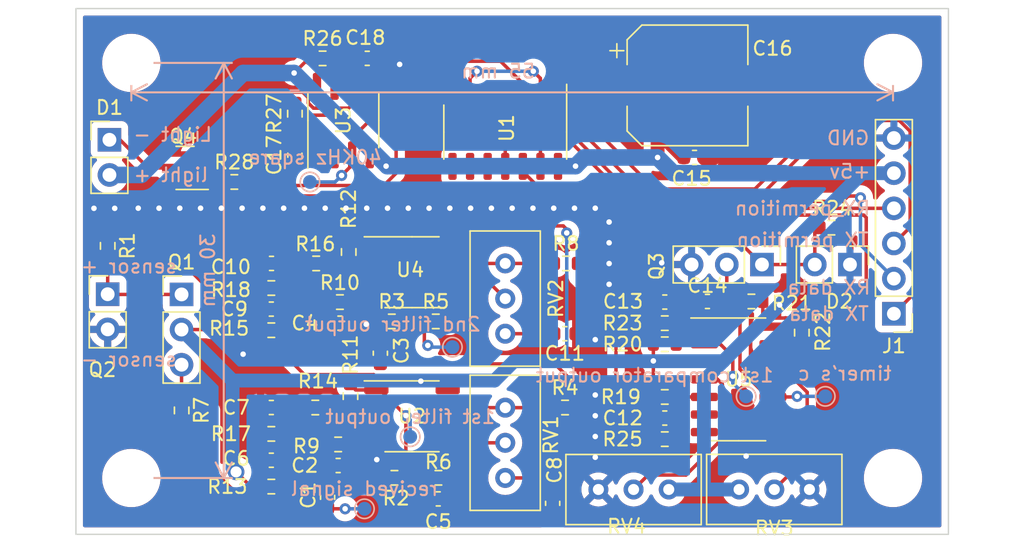
<source format=kicad_pcb>
(kicad_pcb (version 20211014) (generator pcbnew)
  (layers (0 "F.Cu" signal) (31 "B.Cu" signal) (34 "B.Paste" user) (35 "F.Paste" user) (36 "B.SilkS" user "B.Silkscreen") (37 "F.SilkS" user "F.Silkscreen") (38 "B.Mask" user) (39 "F.Mask" user) (44 "Edge.Cuts" user))
  (net 0 "")
  (net 1 "/recived")
  (net 2 "Net-(C1-Pad2)")
  (net 3 "Net-(C2-Pad2)")
  (net 4 "Net-(C3-Pad1)")
  (net 5 "Net-(C3-Pad2)")
  (net 6 "Net-(C4-Pad2)")
  (net 7 "GND")
  (net 8 "Net-(C5-Pad2)")
  (net 9 "Net-(C6-Pad2)")
  (net 10 "Net-(C8-Pad2)")
  (net 11 "Net-(C9-Pad2)")
  (net 12 "Net-(C10-Pad2)")
  (net 13 "Net-(C11-Pad2)")
  (net 14 "/A_FILTER")
  (net 15 "Net-(C12-Pad2)")
  (net 16 "Net-(C13-Pad1)")
  (net 17 "Net-(C13-Pad2)")
  (net 18 "+5V")
  (net 19 "Net-(D1-Pad1)")
  (net 20 "Net-(Q4-Pad1)")
  (net 21 "/TX_D")
  (net 22 "/RX_D")
  (net 23 "/TX_P")
  (net 24 "/RX_P")
  (net 25 "Net-(Q1-Pad1)")
  (net 26 "Net-(R11-Pad2)")
  (net 27 "Net-(R4-Pad1)")
  (net 28 "Net-(R5-Pad2)")
  (net 29 "Net-(R8-Pad1)")
  (net 30 "Net-(R11-Pad1)")
  (net 31 "Net-(RV1-Pad2)")
  (net 32 "Net-(RV2-Pad2)")
  (net 33 "Net-(RV3-Pad2)")
  (net 34 "Net-(RV4-Pad2)")
  (net 35 "Net-(C14-Pad2)")
  (net 36 "/generator/40KHz")
  (net 37 "Net-(R28-Pad2)")
  (net 38 "Net-(C17-Pad1)")
  (net 39 "Net-(C18-Pad1)")
  (net 46 "Net-(C7-Pad2)")
  (net 47 "Net-(R12-Pad2)")
  (net 48 "Net-(R12-Pad1)")
  (net 49 "/detector/detector_out")
  (net 50 "Net-(R20-Pad1)")
  (net 51 "Net-(U1-Pad2)")
  (net 52 "Net-(TP5-Pad1)")
  (net 53 "unconnected-(U3-Pad7)")
  (footprint "MountingHole:MountingHole_3.2mm_M3" (layer "F.Cu") (at 60 155)
    (fp_text reference "REF**" hide)
    (fp_text value "MountingHole_3.2mm_M3")
  )
  (footprint "Capacitor_SMD:C_0603_1608Metric" (layer "F.Cu") (at 98.519072 150.666)
    (fp_text reference "C12")
    (fp_text value "0.1uF")
  )
  (footprint "Resistor_SMD:R_0603_1608Metric" (layer "F.Cu") (at 73.348 139.491 180)
    (fp_text reference "R16")
    (fp_text value "74K")
  )
  (footprint "MountingHole:MountingHole_3.2mm_M3" (layer "F.Cu") (at 115 125)
    (fp_text reference "REF**" hide)
    (fp_text value "MountingHole_3.2mm_M3")
  )
  (footprint "Resistor_SMD:R_0603_1608Metric" (layer "F.Cu") (at 108.415072 144.497 90)
    (fp_text reference "R22")
    (fp_text value "0.4K")
  )
  (footprint "Resistor_SMD:R_0603_1608Metric" (layer "F.Cu") (at 63.6345 150.114 -90)
    (fp_text reference "R7")
    (fp_text value "100r")
  )
  (footprint "Resistor_SMD:R_0603_1608Metric" (layer "F.Cu") (at 98.519072 149.142 180)
    (fp_text reference "R19")
    (fp_text value "4K")
  )
  (footprint "Resistor_SMD:R_0603_1608Metric" (layer "F.Cu") (at 75.697 138.665 90)
    (fp_text reference "R12")
    (fp_text value "74K")
  )
  (footprint "Connector_PinHeader_2.54mm:PinHeader_1x02_P2.54mm_Vertical" (layer "F.Cu") (at 58.42 130.556)
    (fp_text reference "D1")
    (fp_text value "LED")
  )
  (footprint "Capacitor_SMD:C_0603_1608Metric" (layer "F.Cu") (at 91.305 144.571 180)
    (fp_text reference "C11")
    (fp_text value "0.62u")
  )
  (footprint "Resistor_SMD:R_0603_1608Metric" (layer "F.Cu") (at 70.109 144.317)
    (fp_text reference "R15")
    (fp_text value "2K")
  )
  (footprint "MountingHole:MountingHole_3.2mm_M3" (layer "F.Cu") (at 60 125)
    (fp_text reference "REF**" hide)
    (fp_text value "MountingHole_3.2mm_M3")
  )
  (footprint "Resistor_SMD:R_0603_1608Metric" (layer "F.Cu") (at 70.109 141.269 180)
    (fp_text reference "R18")
    (fp_text value "2K")
  )
  (footprint "Resistor_SMD:R_0603_1608Metric" (layer "F.Cu") (at 104.775 142.24)
    (fp_text reference "R21")
    (fp_text value "1.5K")
  )
  (footprint "Package_SO:SO-14_3.9x8.65mm_P1.27mm" (layer "F.Cu") (at 103.853072 147.872)
    (fp_text reference "U5")
    (fp_text value "LM339")
  )
  (footprint "Capacitor_SMD:C_0603_1608Metric" (layer "F.Cu") (at 74.935 154.096)
    (fp_text reference "C2")
    (fp_text value "0.45nF")
  )
  (footprint "Capacitor_SMD:C_0603_1608Metric" (layer "F.Cu") (at 101.6 142.24)
    (fp_text reference "C14")
    (fp_text value "0.45nF")
  )
  (footprint "Resistor_SMD:R_0603_1608Metric" (layer "F.Cu") (at 67.437 133.604)
    (fp_text reference "R28")
    (fp_text value "50R")
  )
  (footprint "Connector_PinHeader_2.54mm:PinHeader_1x06_P2.54mm_Vertical" (layer "F.Cu") (at 115.062 143.129 180)
    (fp_text reference "J1")
    (fp_text value "Conn_01x06_Male")
  )
  (footprint "Package_SO:SO-14_3.9x8.65mm_P1.27mm" (layer "F.Cu") (at 87 130 -90)
    (fp_text reference "U1")
    (fp_text value "74HC08")
  )
  (footprint "Resistor_SMD:R_0603_1608Metric" (layer "F.Cu") (at 75.824 149.08 90)
    (fp_text reference "R11")
    (fp_text value "18K7")
  )
  (footprint "Capacitor_SMD:C_0603_1608Metric" (layer "F.Cu") (at 77.036 124.67 180)
    (fp_text reference "C18")
    (fp_text value "0.01u")
  )
  (footprint "Resistor_SMD:R_0603_1608Metric" (layer "F.Cu") (at 74.935 152.572 180)
    (fp_text reference "R9")
    (fp_text value "18K7")
  )
  (footprint "Potentiometer_THT:Potentiometer_Bourns_3296W_Vertical" (layer "F.Cu") (at 87 144.571 -90)
    (fp_text reference "RV2")
    (fp_text value "47k")
  )
  (footprint "Resistor_SMD:R_0603_1608Metric" (layer "F.Cu") (at 81.984 143.682)
    (fp_text reference "R5")
    (fp_text value "53r")
  )
  (footprint "Connector_PinHeader_2.54mm:PinHeader_1x02_P2.54mm_Vertical" (layer "F.Cu") (at 58.293 141.717)
    (fp_text reference "Q2")
    (fp_text value "Q_Photo_NPN")
  )
  (footprint "Resistor_SMD:R_0603_1608Metric" (layer "F.Cu") (at 71.811 128.67 -90)
    (fp_text reference "R27")
    (fp_text value "39K")
  )
  (footprint "Resistor_SMD:R_0603_1608Metric" (layer "F.Cu") (at 58.293 138.224 -90)
    (fp_text reference "R1")
    (fp_text value "4K3")
  )
  (footprint "Capacitor_SMD:CP_Elec_8x10.5" (layer "F.Cu") (at 100.159 126.626)
    (fp_text reference "C16")
    (fp_text value "330u")
  )
  (footprint "Resistor_SMD:R_0603_1608Metric" (layer "F.Cu") (at 73.811 124.67)
    (fp_text reference "R26")
    (fp_text value "560K")
  )
  (footprint "Package_TO_SOT_SMD:SOT-23" (layer "F.Cu") (at 63.881 132.588 180)
    (fp_text reference "Q4")
    (fp_text value "FDN337N")
  )
  (footprint "Potentiometer_THT:Potentiometer_Bourns_3296W_Vertical" (layer "F.Cu") (at 87 154.995 -90)
    (fp_text reference "RV1")
    (fp_text value "47k")
  )
  (footprint "Capacitor_SMD:C_0603_1608Metric" (layer "F.Cu") (at 98.519072 142.284)
    (fp_text reference "C13")
    (fp_text value "0.45nF")
  )
  (footprint "Resistor_SMD:R_0603_1608Metric" (layer "F.Cu") (at 110.554 136.906 180)
    (fp_text reference "R24")
    (fp_text value "4K3")
  )
  (footprint "Capacitor_SMD:C_0603_1608Metric" (layer "F.Cu") (at 74.173 156.395 90)
    (fp_text reference "C1")
    (fp_text value "0.45nF")
  )
  (footprint "Capacitor_SMD:C_0603_1608Metric" (layer "F.Cu") (at 75.062 143.809)
    (fp_text reference "C4")
    (fp_text value "0.22nF")
  )
  (footprint "Resistor_SMD:R_0603_1608Metric" (layer "F.Cu") (at 91.382 139.491)
    (fp_text reference "R8")
    (fp_text value "53r")
  )
  (footprint "Resistor_SMD:R_0603_1608Metric" (layer "F.Cu") (at 75.062 142.285 180)
    (fp_text reference "R10")
    (fp_text value "21K")
  )
  (footprint "Resistor_SMD:R_0603_1608Metric" (layer "F.Cu") (at 70.109 151.81 180)
    (fp_text reference "R17")
    (fp_text value "2K")
  )
  (footprint "Connector_PinHeader_2.54mm:PinHeader_1x03_P2.54mm_Vertical" (layer "F.Cu") (at 63.627 141.732)
    (fp_text reference "Q1")
    (fp_text value "KT315")
  )
  (footprint "Capacitor_SMD:C_0603_1608Metric" (layer "F.Cu") (at 100.667 131.833)
    (fp_text reference "C15")
    (fp_text value "0.68u")
  )
  (footprint "Capacitor_SMD:C_0603_1608Metric" (layer "F.Cu") (at 70.109 149.905)
    (fp_text reference "C7")
    (fp_text value "0.1uF")
  )
  (footprint "Resistor_SMD:R_0603_1608Metric" (layer "F.Cu") (at 98.519072 145.332 180)
    (fp_text reference "R20")
    (fp_text value "0.4K")
  )
  (footprint "Resistor_SMD:R_0603_1608Metric" (layer "F.Cu") (at 91.318 149.905)
    (fp_text reference "R4")
    (fp_text value "53r")
  )
  (footprint "Capacitor_SMD:C_0603_1608Metric" (layer "F.Cu") (at 70.109 142.793)
    (fp_text reference "C9")
    (fp_text value "10uF")
  )
  (footprint "MountingHole:MountingHole_3.2mm_M3" (layer "F.Cu") (at 115 155)
    (fp_text reference "REF**" hide)
    (fp_text value "MountingHole_3.2mm_M3")
  )
  (footprint "Resistor_SMD:R_0603_1608Metric" (layer "F.Cu") (at 98.519072 143.808 180)
    (fp_text reference "R23")
    (fp_text value "50R")
  )
  (footprint "Resistor_SMD:R_0603_1608Metric" (layer "F.Cu") (at 78.999 154.985)
    (fp_text reference "R2")
    (fp_text value "18K7")
  )
  (footprint "Capacitor_SMD:C_0603_1608Metric" (layer "F.Cu") (at 77.983 145.981 90)
    (fp_text reference "C3")
    (fp_text value "0.22nF")
  )
  (footprint "Potentiometer_THT:Potentiometer_Bourns_3296W_Vertical" (layer "F.Cu") (at 98.806 155.829)
    (fp_text reference "RV4")
    (fp_text value "74K")
  )
  (footprint "Capacitor_SMD:C_0603_1608Metric" (layer "F.Cu") (at 70.122 139.491)
    (fp_text reference "C10")
    (fp_text value "0.1uF")
  )
  (footprint "Resistor_SMD:R_0603_1608Metric" (layer "F.Cu") (at 82.174 154.985)
    (fp_text reference "R6")
    (fp_text value "53r")
  )
  (footprint "Resistor_SMD:R_0603_1608Metric" (layer "F.Cu") (at 98.519072 152.19)
    (fp_text reference "R25")
    (fp_text value "4K")
  )
  (footprint "Capacitor_SMD:C_0603_1608Metric" (layer "F.Cu") (at 90.424 156.832 90)
    (fp_text reference "C8")
    (fp_text value "0.62u")
  )
  (footprint "Package_SO:SO-8_3.9x4.9mm_P1.27mm" (layer "F.Cu") (at 80.269 150.54)
    (fp_text reference "U2")
    (fp_text value "LM358")
  )
  (footprint "Connector_PinHeader_2.54mm:PinHeader_1x02_P2.54mm_Vertical" (layer "F.Cu") (at 111.892 139.573 -90)
    (fp_text reference "D2")
    (fp_text value "DIODE")
  )
  (footprint "Capacitor_SMD:C_0603_1608Metric" (layer "F.Cu") (at 71.811 131.67 -90)
    (fp_text reference "C17")
    (fp_text value "0.47n")
  )
  (footprint "Potentiometer_THT:Potentiometer_Bourns_3296W_Vertical" (layer "F.Cu") (at 103.886 155.829 180)
    (fp_text reference "RV3")
    (fp_text value "74K")
  )
  (footprint "Package_SO:SOIC-8_3.9x4.9mm_P1.27mm" (layer "F.Cu") (at 75.311 129.17 90)
    (fp_text reference "U3")
    (fp_text value "NE555D")
  )
  (footprint "Capacitor_SMD:C_0603_1608Metric" (layer "F.Cu") (at 70.109 153.715)
    (fp_text reference "C6")
    (fp_text value "10uF")
  )
  (footprint "Connector_PinHeader_2.54mm:PinHeader_1x03_P2.54mm_Vertical" (layer "F.Cu") (at 105.537 139.573 -90)
    (fp_text reference "Q3")
    (fp_text value "KT315")
  )
  (footprint "Resistor_SMD:R_0603_1608Metric" (layer "F.Cu") (at 73.284 149.905 180)
    (fp_text reference "R14")
    (fp_text value "74K")
  )
  (footprint "Resistor_SMD:R_0603_1608Metric" (layer "F.Cu") (at 70.109 155.62)
    (fp_text reference "R13")
    (fp_text value "2K")
  )
  (footprint "Resistor_SMD:R_0603_1608Metric" (layer "F.Cu") (at 78.809 143.682)
    (fp_text reference "R3")
    (fp_text value "21K")
  )
  (footprint "Capacitor_SMD:C_0603_1608Metric" (layer "F.Cu") (at 82.161 156.509)
    (fp_text reference "C5")
    (fp_text value "6.8n")
  )
  (footprint "Package_SO:SO-8_3.9x4.9mm_P1.27mm" (layer "F.Cu") (at 80.269 140.126)
    (fp_text reference "U4")
    (fp_text value "LM358")
  )
  (footprint "TestPoint:TestPoint_Pad_D1.0mm" (layer "B.Cu") (at 76.835 157.226 180)
    (fp_text reference "recived signal")
    (fp_text value "TestPoint")
  )
  (footprint "TestPoint:TestPoint_Pad_D1.0mm" (layer "B.Cu") (at 104.394 149.098 180)
    (fp_text reference "1st comparator output")
    (fp_text value "TestPoint")
  )
  (footprint "TestPoint:TestPoint_Pad_D1.0mm" (layer "B.Cu") (at 83.185 145.542 180)
    (fp_text reference "2nd filter output")
    (fp_text value "TestPoint")
  )
  (footprint "TestPoint:TestPoint_Pad_D1.0mm" (layer "B.Cu") (at 110.109 149.098 180)
    (fp_text reference "timer's c")
    (fp_text value "TestPoint")
  )
  (footprint "TestPoint:TestPoint_Pad_D1.0mm" (layer "B.Cu") (at 80.137 152.019 180)
    (fp_text reference "1st filter output")
    (fp_text value "TestPoint")
  )
  (footprint "TestPoint:TestPoint_Pad_D1.0mm" (layer "B.Cu") (at 72.898 133.604 180)
    (fp_text reference "40KHz sqare")
    (fp_text value "TestPoint")
  )
  (gr_rect (start 56 121.0715) (end 119 159.0715) (layer "Edge.Cuts") (width 0.1) (fill none))
  (gr_text "+5v\n" (at 111.887 132.842) (layer "B.SilkS") (effects (font (size 1 1)) (justify mirror)))
  (gr_text "Light -" (at 62.992 130.175) (layer "B.SilkS") (effects (font (size 1 1)) (justify mirror)))
  (gr_text "TX data" (at 110.363 143.129) (layer "B.SilkS") (effects (font (size 1 1)) (justify mirror)))
  (gr_text "RX_permition\n" (at 108.458 135.509) (layer "B.SilkS") (effects (font (size 1 1)) (justify mirror)))
  (gr_text "RX data" (at 110.363 141.224) (layer "B.SilkS") (effects (font (size 1 1)) (justify mirror)))
  (gr_text "GND" (at 111.76 130.429) (layer "B.SilkS") (effects (font (size 1 1)) (justify mirror)))
  (gr_text "TX permition\n" (at 108.458 137.795) (layer "B.SilkS") (effects (font (size 1 1)) (justify mirror)))
  (gr_text "light +" (at 62.865 133.096) (layer "B.SilkS") (effects (font (size 1 1)) (justify mirror)))
  (gr_text "sensor +" (at 59.817 139.7) (layer "B.SilkS") (effects (font (size 1 1)) (justify mirror)))
  (gr_text "sensor -" (at 59.817 146.431) (layer "B.SilkS") (effects (font (size 1 1)) (justify mirror)))
  (dimension (type aligned) (layer "B.SilkS") (pts (xy 60 125) (xy 60 155)) (height -6.675) (gr_text "30 мм" (at 65.525 140 90) (layer "B.SilkS") (effects (font (size 1 1) (thickness 0.15)) (justify mirror))) (format (units 3) (units_format 1) (precision 4) suppress_zeroes) (style (thickness 0.15) (arrow_length 1.27) (text_position_mode 0) (extension_height 0.58642) (extension_offset 0.5) keep_text_aligned))
  (dimension (type aligned) (layer "B.SilkS") (pts (xy 60 125) (xy 115 125)) (height 2.127) (gr_text "55 мм" (at 86.487 125.603) (layer "B.SilkS") (effects (font (size 1 1) (thickness 0.15)) (justify mirror))) (format (units 3) (units_format 1) (precision 4) suppress_zeroes) (style (thickness 0.15) (arrow_length 1.27) (text_position_mode 2) (extension_height 0.58642) (extension_offset 0.5) keep_text_aligned))
  (segment (start 75.438 157.226) (end 74.229 157.226) (width 0.25) (layer "F.Cu") (net 1))
  (segment (start 63.6345 149.289) (end 64.961 149.289) (width 0.25) (layer "F.Cu") (net 1))
  (segment (start 63.627 146.812) (end 63.627 149.2815) (width 0.25) (layer "F.Cu") (net 1))
  (segment (start 65.786 150.114) (end 65.786 154.305) (width 0.25) (layer "F.Cu") (net 1))
  (segment (start 63.627 149.2815) (end 63.6345 149.289) (width 0.25) (layer "F.Cu") (net 1))
  (segment (start 74.229 157.226) (end 74.173 157.17) (width 0.25) (layer "F.Cu") (net 1))
  (segment (start 68.651 157.17) (end 65.786 154.305) (width 0.25) (layer "F.Cu") (net 1))
  (segment (start 74.173 157.17) (end 68.651 157.17) (width 0.25) (layer "F.Cu") (net 1))
  (segment (start 64.961 149.289) (end 65.786 150.114) (width 0.25) (layer "F.Cu") (net 1))
  (via (at 75.438 157.226) (size 0.8) (drill 0.4) (layers "F.Cu" "B.Cu") (net 1))
  (segment (start 76.835 157.226) (end 75.438 157.226) (width 0.25) (layer "B.Cu") (net 1))
  (segment (start 74.173 154.109) (end 74.16 154.096) (width 0.25) (layer "F.Cu") (net 2))
  (segment (start 77.539 155.62) (end 78.174 154.985) (width 0.25) (layer "F.Cu") (net 2))
  (segment (start 74.173 155.62) (end 77.539 155.62) (width 0.25) (layer "F.Cu") (net 2))
  (segment (start 74.173 155.62) (end 74.173 154.109) (width 0.25) (layer "F.Cu") (net 2))
  (segment (start 77.694 151.175) (end 77.094 151.175) (width 0.25) (layer "F.Cu") (net 3))
  (segment (start 77.094 151.175) (end 75.824 152.445) (width 0.25) (layer "F.Cu") (net 3))
  (segment (start 75.824 152.445) (end 75.824 154.35) (width 0.25) (layer "F.Cu") (net 3))
  (segment (start 77.983 146.756) (end 90.582 146.756) (width 0.25) (layer "F.Cu") (net 4))
  (segment (start 90.582 146.756) (end 92.143 148.317) (width 0.25) (layer "F.Cu") (net 4))
  (segment (start 92.143 148.317) (end 92.143 149.905) (width 0.25) (layer "F.Cu") (net 4))
  (segment (start 74.554 145.206) (end 77.983 145.206) (width 0.25) (layer "F.Cu") (net 5))
  (segment (start 77.984 143.682) (end 77.984 145.205) (width 0.25) (layer "F.Cu") (net 5))
  (segment (start 74.287 143.809) (end 74.287 144.939) (width 0.25) (layer "F.Cu") (net 5))
  (segment (start 74.287 144.939) (end 74.554 145.206) (width 0.25) (layer "F.Cu") (net 5))
  (segment (start 77.984 145.205) (end 77.983 145.206) (width 0.25) (layer "F.Cu") (net 5))
  (segment (start 77.411 140.761) (end 75.887 142.285) (width 0.25) (layer "F.Cu") (net 6))
  (segment (start 75.887 143.759) (end 75.837 143.809) (width 0.25) (layer "F.Cu") (net 6))
  (segment (start 75.887 142.285) (end 75.887 143.759) (width 0.25) (layer "F.Cu") (net 6))
  (segment (start 77.694 140.761) (end 77.411 140.761) (width 0.25) (layer "F.Cu") (net 6))
  (segment (start 101.442 131.833) (end 101.95 131.833) (width 1.2) (layer "F.Cu") (net 7))
  (segment (start 76.962 142.763) (end 76.962 143.891) (width 0.25) (layer "F.Cu") (net 7))
  (segment (start 111.892 137.419) (end 111.892 139.573) (width 0.25) (layer "F.Cu") (net 7))
  (segment (start 69.284 139.554) (end 69.347 139.491) (width 0.25) (layer "F.Cu") (net 7))
  (segment (start 77.694 142.031) (end 76.962 142.763) (width 0.25) (layer "F.Cu") (net 7))
  (segment (start 101.95 131.833) (end 103.588 130.195) (width 1.2) (layer "F.Cu") (net 7))
  (segment (start 69.334 142.793) (end 69.334 141.319) (width 0.25) (layer "F.Cu") (net 7))
  (segment (start 69.334 141.319) (end 69.284 141.269) (width 0.25) (layer "F.Cu") (net 7))
  (segment (start 79.375 124.981862) (end 78.263618 123.87048) (width 0.25) (layer "F.Cu") (net 7))
  (segment (start 73.406 131.645) (end 72.611 131.645) (width 0.25) (layer "F.Cu") (net 7))
  (segment (start 78.263618 123.87048) (end 77.06052 123.87048) (width 0.25) (layer "F.Cu") (net 7))
  (segment (start 111.379 136.906) (end 111.892 137.419) (width 0.25) (layer "F.Cu") (net 7))
  (segment (start 103.588 130.195) (end 103.588 126.897) (width 1.2) (layer "F.Cu") (net 7))
  (segment (start 77.06052 123.87048) (end 76.261 124.67) (width 0.25) (layer "F.Cu") (net 7))
  (segment (start 69.284 141.269) (end 69.284 139.554) (width 0.25) (layer "F.Cu") (net 7))
  (segment (start 109 156) (end 109.060072 156) (width 0.25) (layer "F.Cu") (net 7))
  (segment (start 100.825 142.24) (end 100.711 142.24) (width 0.25) (layer "F.Cu") (net 7))
  (segment (start 72.611 131.645) (end 71.811 132.445) (width 0.25) (layer "F.Cu") (net 7))
  (via (at 104.394 153.416) (size 0.8) (drill 0.4) (layers "F.Cu" "B.Cu") (net 7))
  (via (at 84.5 135.5) (size 0.8) (drill 0.4) (layers "F.Cu" "B.Cu") (net 7))
  (via (at 80 135.5) (size 0.8) (drill 0.4) (layers "F.Cu" "B.Cu") (net 7))
  (via (at 74 135.5) (size 0.8) (drill 0.4) (layers "F.Cu" "B.Cu") (net 7))
  (via (at 68 135.5) (size 0.8) (drill 0.4) (layers "F.Cu" "B.Cu") (net 7))
  (via (at 93.5 152) (size 0.8) (drill 0.4) (layers "F.Cu" "B.Cu") (net 7))
  (via (at 71 135.5) (size 0.8) (drill 0.4) (layers "F.Cu" "B.Cu") (net 7))
  (via (at 87.5 135.5) (size 0.8) (drill 0.4) (layers "F.Cu" "B.Cu") (net 7))
  (via (at 94.5 141) (size 0.8) (drill 0.4) (layers "F.Cu" "B.Cu") (net 7))
  (via (at 75.5 135.5) (size 0.8) (drill 0.4) (layers "F.Cu" "B.Cu") (net 7))
  (via (at 93.5 145) (size 0.8) (drill 0.4) (layers "F.Cu" "B.Cu") (net 7))
  (via (at 58.801 135.509) (size 0.8) (drill 0.4) (layers "F.Cu" "B.Cu") (net 7))
  (via (at 94.5 138) (size 0.8) (drill 0.4) (layers "F.Cu" "B.Cu") (net 7))
  (via (at 62 135.5) (size 0.8) (drill 0.4) (layers "F.Cu" "B.Cu") (net 7))
  (via (at 69.5 135.5) (size 0.8) (drill 0.4) (layers "F.Cu" "B.Cu") (net 7))
  (via (at 94.5 136.5) (size 0.8) (drill 0.4) (layers "F.Cu" "B.Cu") (net 7))
  (via (at 89 135.5) (size 0.8) (drill 0.4) (layers "F.Cu" "B.Cu") (net 7))
  (via (at 92 135.5) (size 0.8) (drill 0.4) (layers "F.Cu" "B.Cu") (net 7))
  (via (at 60.5 135.5) (size 0.8) (drill 0.4) (layers "F.Cu" "B.Cu") (net 7))
  (via (at 63.5 135.5) (size 0.8) (drill 0.4) (layers "F.Cu" "B.Cu") (net 7))
  (via (at 78.5 135.5) (size 0.8) (drill 0.4) (layers "F.Cu" "B.Cu") (net 7))
  (via (at 93.5 153.5) (size 0.8) (drill 0.4) (layers "F.Cu" "B.Cu") (net 7))
  (via (at 72.5 135.5) (size 0.8) (drill 0.4) (layers "F.Cu" "B.Cu") (net 7))
  (via (at 90.5 135.5) (size 0.8) (drill 0.4) (layers "F.Cu" "B.Cu") (net 7))
  (via (at 86 135.5) (size 0.8) (drill 0.4) (layers "F.Cu" "B.Cu") (net 7))
  (via (at 66.5 135.5) (size 0.8) (drill 0.4) (layers "F.Cu" "B.Cu") (net 7))
  (via (at 65 135.5) (size 0.8) (drill 0.4) (layers "F.Cu" "B.Cu") (net 7))
  (via (at 77.724 153.67) (size 0.8) (drill 0.4) (layers "F.Cu" "B.Cu") (net 7))
  (via (at 79.375 125.106) (size 0.8) (drill 0.4) (layers "F.Cu" "B.Cu") (net 7))
  (via (at 57.301 135.509) (size 0.8) (drill 0.4) (layers "F.Cu" "B.Cu") (net 7))
  (via (at 93.5 149) (size 0.8) (drill 0.4) (layers "F.Cu" "B.Cu") (net 7))
  (via (at 93.5 135.5) (size 0.8) (drill 0.4) (layers "F.Cu" "B.Cu") (net 7))
  (via (at 76.962 143.891) (size 0.8) (drill 0.4) (layers "F.Cu" "B.Cu") (net 7))
  (via (at 81.5 135.5) (size 0.8) (drill 0.4) (layers "F.Cu" "B.Cu") (net 7))
  (via (at 93.5 150.5) (size 0.8) (drill 0.4) (layers "F.Cu" "B.Cu") (net 7))
  (via (at 83 135.5) (size 0.8) (drill 0.4) (layers "F.Cu" "B.Cu") (net 7))
  (via (at 68.072 146.05) (size 0.8) (drill 0.4) (layers "F.Cu" "B.Cu") (net 7))
  (via (at 94.5 139.5) (size 0.8) (drill 0.4) (layers "F.Cu" "B.Cu") (net 7))
  (via (at 98.298 139.446) (size 0.8) (drill 0.4) (layers "F.Cu" "B.Cu") (net 7))
  (via (at 77 135.5) (size 0.8) (drill 0.4) (layers "F.Cu" "B.Cu") (net 7))
  (segment (start 82.999 152.6) (end 82.844 152.445) (width 0.25) (layer "F.Cu") (net 8))
  (segment (start 82.999 154.985) (end 82.999 152.6) (width 0.25) (layer "F.Cu") (net 8))
  (segment (start 82.949 156.636) (end 82.949 155.035) (width 0.25) (layer "F.Cu") (net 8))
  (segment (start 82.949 155.035) (end 82.999 154.985) (width 0.25) (layer "F.Cu") (net 8))
  (segment (start 70.934 151.81) (end 70.934 153.665) (width 0.25) (layer "F.Cu") (net 9))
  (segment (start 73.539 151.81) (end 74.174 152.445) (width 0.25) (layer "F.Cu") (net 9))
  (segment (start 70.884 155.57) (end 70.934 155.62) (width 0.25) (layer "F.Cu") (net 9))
  (segment (start 70.934 151.81) (end 73.539 151.81) (width 0.25) (layer "F.Cu") (net 9))
  (segment (start 70.934 153.665) (end 70.884 153.715) (width 0.25) (layer "F.Cu") (net 9))
  (segment (start 70.884 153.715) (end 70.884 155.57) (width 0.25) (layer "F.Cu") (net 9))
  (segment (start 87 154.995) (end 89.362 154.995) (width 0.25) (layer "F.Cu") (net 10))
  (segment (start 89.362 154.995) (end 90.424 156.057) (width 0.25) (layer "F.Cu") (net 10))
  (segment (start 70.884 144.267) (end 70.934 144.317) (width 0.25) (layer "F.Cu") (net 11))
  (segment (start 70.934 141.269) (end 70.934 142.743) (width 0.25) (layer "F.Cu") (net 11))
  (segment (start 70.934 142.743) (end 70.884 142.793) (width 0.25) (layer "F.Cu") (net 11))
  (segment (start 74.237 142.285) (end 71.392 142.285) (width 0.25) (layer "F.Cu") (net 11))
  (segment (start 70.884 142.793) (end 70.884 144.267) (width 0.25) (layer "F.Cu") (net 11))
  (segment (start 71.392 142.285) (end 70.884 142.793) (width 0.25) (layer "F.Cu") (net 11))
  (segment (start 70.897 139.491) (end 72.523 139.491) (width 0.25) (layer "F.Cu") (net 12))
  (segment (start 90.53 144.571) (end 87 144.571) (width 0.25) (layer "F.Cu") (net 13))
  (segment (start 94.996 149.479) (end 96.183 150.666) (width 0.25) (layer "F.Cu") (net 14))
  (segment (start 92.207 140.467) (end 94.996 143.256) (width 0.25) (layer "F.Cu") (net 14))
  (segment (start 92.207 139.491) (end 92.207 140.467) (width 0.25) (layer "F.Cu") (net 14))
  (segment (start 96.183 150.666) (end 97.744072 150.666) (width 0.25) (layer "F.Cu") (net 14))
  (segment (start 94.996 143.256) (end 94.996 149.479) (width 0.25) (layer "F.Cu") (net 14))
  (segment (start 99.344072 149.142) (end 99.344072 152.19) (width 0.25) (layer "F.Cu") (net 15))
  (segment (start 101.378072 149.142) (end 99.344072 149.142) (width 0.25) (layer "F.Cu") (net 15))
  (segment (start 97.694072 142.334) (end 97.744072 142.284) (width 0.25) (layer "F.Cu") (net 16))
  (segment (start 97.694072 143.808) (end 97.694072 142.334) (width 0.25) (layer "F.Cu") (net 16))
  (segment (start 97.028 140.017928) (end 97.028 137.922) (width 0.25) (layer "F.Cu") (net 17))
  (segment (start 105.537 139.573) (end 109.352 139.573) (width 0.25) (layer "F.Cu") (net 17))
  (segment (start 97.028 137.922) (end 97.536 137.414) (width 0.25) (layer "F.Cu") (net 17))
  (segment (start 97.536 137.414) (end 103.378 137.414) (width 0.25) (layer "F.Cu") (net 17))
  (segment (start 103.378 137.414) (end 105.537 139.573) (width 0.25) (layer "F.Cu") (net 17))
  (segment (start 99.294072 142.284) (end 97.028 140.017928) (width 0.25) (layer "F.Cu") (net 17))
  (segment (start 109.352 139.573) (end 109.352 137.283) (width 0.25) (layer "F.Cu") (net 17))
  (segment (start 109.352 137.283) (end 109.729 136.906) (width 0.25) (layer "F.Cu") (net 17))
  (segment (start 72.986 124.67) (end 72.815 124.67) (width 0.25) (layer "F.Cu") (net 18))
  (segment (start 101.754144 146.602) (end 101.378072 146.602) (width 0.25) (layer "F.Cu") (net 18))
  (segment (start 92.061 132.475) (end 92.075 132.461) (width 0.25) (layer "F.Cu") (net 18))
  (segment (start 69.269 155.605) (end 69.284 155.62) (width 0.25) (layer "F.Cu") (net 18))
  (segment (start 97.694072 146.538) (end 97.694072 145.332) (width 0.25) (layer "F.Cu") (net 18))
  (segment (start 61.643022 137.399) (end 65.659 141.414978) (width 0.25) (layer "F.Cu") (net 18))
  (segment (start 65.659 144.272) (end 63.627 144.272) (width 0.25) (layer "F.Cu") (net 18))
  (segment (start 58.293 137.399) (end 61.643022 137.399) (width 0.25) (layer "F.Cu") (net 18))
  (segment (start 97.758072 146.602) (end 97.694072 146.538) (width 0.25) (layer "F.Cu") (net 18))
  (segment (start 77.216 131.645) (end 77.5805 131.645) (width 0.25) (layer "F.Cu") (net 18))
  (segment (start 105.6 142.24) (end 105.6 143.42896) (width 0.25) (layer "F.Cu") (net 18))
  (segment (start 90.81 132.475) (end 92.061 132.475) (width 0.25) (layer "F.Cu") (net 18))
  (segment (start 69.284 144.317) (end 65.704 144.317) (width 0.25) (layer "F.Cu") (net 18))
  (segment (start 106.807 142.494) (end 106.807 143.383) (width 0.25) (layer "F.Cu") (net 18))
  (segment (start 97.694072 149.142) (end 97.694072 146.538) (width 0.25) (layer "F.Cu") (net 18))
  (segment (start 91.186 136.779) (end 91.44 137.033) (width 0.25) (layer "F.Cu") (net 18))
  (segment (start 107.228072 143.41396) (end 107.251592 143.43748) (width 0.25) (layer "F.Cu") (net 18))
  (segment (start 107.251592 143.43748) (end 106.86148 143.43748) (width 0.25) (layer "F.Cu") (net 18))
  (segment (start 77.5805 131.645) (end 78.3965 132.461) (width 0.25) (layer "F.Cu") (net 18))
  (segment (start 108.415072 143.672) (end 108.180552 143.43748) (width 0.25) (layer "F.Cu") (net 18))
  (segment (start 68.625 155.62) (end 67.564 154.559) (width 0.25) (layer "F.Cu") (net 18))
  (segment (start 73.406 125.09) (end 72.986 124.67) (width 0.25) (layer "F.Cu") (net 18))
  (segment (start 98.392072 155.99) (end 98.845112 155.99) (width 0.25) (layer "F.Cu") (net 18))
  (segment (start 65.704 144.317) (end 65.659 144.272) (width 0.25) (layer "F.Cu") (net 18))
  (segment (start 91.44 137.033) (end 91.44 137.287) (width 0.25) (layer "F.Cu") (net 18))
  (segment (start 72.815 124.67) (end 71.755 125.73) (width 0.25) (layer "F.Cu") (net 18))
  (segment (start 73.406 126.695) (end 73.406 125.09) (width 0.25) (layer "F.Cu") (net 18))
  (segment (start 108.180552 143.43748) (end 107.251592 143.43748) (width 0.25) (layer "F.Cu") (net 18))
  (segment (start 77.974862 148) (end 80.904 148) (width 0.25) (layer "F.Cu") (net 18))
  (segment (start 65.659 141.414978) (end 65.659 144.272) (width 0.25) (layer "F.Cu") (net 18))
  (segment (start 98 129.941) (end 99.892 131.833) (width 1) (layer "F.Cu") (net 18))
  (segment (start 105.6 143.42896) (end 105.59148 143.43748) (width 0.25) (layer "F.Cu") (net 18))
  (segment (start 77.505342 147.53048) (end 77.974862 148) (width 0.25) (layer "F.Cu") (net 18))
  (segment (start 69.284 144.317) (end 72.49748 147.53048) (width 0.25) (layer "F.Cu") (net 18))
  (segment (start 84.286 136.779) (end 91.186 136.779) (width 0.25) (layer "F.Cu") (net 18))
  (segment (start 106.807 143.383) (end 106.86148 143.43748) (width 0.25) (layer "F.Cu") (net 18))
  (segment (start 106.86148 143.43748) (end 105.59148 143.43748) (width 0.25) (layer "F.Cu") (net 18))
  (segment (start 101.378072 146.602) (end 97.758072 146.602) (width 0.25) (layer "F.Cu") (net 18))
  (segment (start 69.284 155.62) (end 68.625 155.62) (width 0.25) (layer "F.Cu") (net 18))
  (segment (start 82.209 148) (end 82.844 148.635) (width 0.25) (layer "F.Cu") (net 18))
  (segment (start 98 128.167) (end 98 129.941) (width 1) (layer "F.Cu") (net 18))
  (segment (start 98 131.833) (end 98 128.167) (width 1) (layer "F.Cu") (net 18))
  (segment (start 72.49748 147.53048) (end 77.505342 147.53048) (width 0.25) (layer "F.Cu") (net 18))
  (segment (start 80.904 148) (end 82.209 148) (width 0.25) (layer "F.Cu") (net 18))
  (segment (start 82.844 138.221) (end 84.286 136.779) (width 0.25) (layer "F.Cu") (net 18))
  (via (at 97.694072 146.538) (size 0.8) (drill 0.4) (layers "F.Cu" "B.Cu") (net 18))
  (via (at 71.755 125.73) (size 0.8) (drill 0.4) (layers "F.Cu" "B.Cu") (net 18))
  (via (at 67.564 154.559) (size 1.2) (drill 0.8) (layers "F.Cu" "B.Cu") (net 18))
  (via (at 91.44 137.287) (size 0.8) (drill 0.4) (layers "F.Cu" "B.Cu") (net 18))
  (via (at 106.807 142.494) (size 0.8) (drill 0.4) (layers "F.Cu" "B.Cu") (net 18))
  (via (at 78.3965 132.461) (size 0.8) (drill 0.4) (layers "F.Cu" "B.Cu") (net 18))
  (via (at 80.904 148) (size 0.8) (drill 0.4) (layers "F.Cu" "B.Cu") (net 18))
  (via (at 92.075 132.461) (size 0.8) (drill 0.4) (layers "F.Cu" "B.Cu") (net 18))
  (via (at 98 131.833) (size 0.8) (drill 0.4) (layers "F.Cu" "B.Cu") (net 18))
  (segment (start 91.44 137.287) (end 91.275489 137.122489) (width 0.25) (layer "B.Cu") (net 18))
  (segment (start 107.802489 137.942511) (end 111.1885 134.5565) (width 1) (layer "B.Cu") (net 18))
  (segment (start 112.776 132.969) (end 115.062 132.969) (width 1) (layer "B.Cu") (net 18))
  (segment (start 68.072 125.73) (end 60.706 133.096) (width 1.2) (layer "B.Cu") (net 18))
  (segment (start 91.44 146.304) (end 91.694 146.558) (width 0.25) (layer "B.Cu") (net 18))
  (segment (start 102.743 146.558) (end 107.802489 141.498511) (width 1) (layer "B.Cu") (net 18))
  (segment (start 91.694 146.558) (end 87.63 146.558) (width 1) (layer "B.Cu") (net 18))
  (segment (start 101.346 147.955) (end 102.743 146.558) (width 1) (layer "B.Cu") (net 18))
  (segment (start 86.233 147.955) (end 67.31 147.955) (width 1) (layer "B.Cu") (net 18))
  (segment (start 92.075 132.461) (end 78.486 132.461) (width 1.2) (layer "B.Cu") (net 18))
  (segment (start 67.31 154.305) (end 67.564 154.559) (width 1) (layer "B.Cu") (net 18))
  (segment (start 67.31 147.955) (end 67.31 154.305) (width 1) (layer "B.Cu") (net 18))
  (segment (start 60.706 133.096) (end 58.42 133.096) (width 1.2) (layer "B.Cu") (net 18))
  (segment (start 78.486 132.461) (end 71.755 125.73) (width 1.2) (layer "B.Cu") (net 18))
  (segment (start 98.806 155.829) (end 101.346 155.829) (width 1) (layer "B.Cu") (net 18))
  (segment (start 71.755 125.73) (end 68.072 125.73) (width 1.2) (layer "B.Cu") (net 18))
  (segment (start 101.346 155.829) (end 103.886 155.829) (width 1) (layer "B.Cu") (net 18))
  (segment (start 67.31 147.955) (end 63.627 144.272) (width 1) (layer "B.Cu") (net 18))
  (segment (start 107.188 132.969) (end 99.136 132.969) (width 1.2) (layer "B.Cu") (net 18))
  (segment (start 102.743 146.558) (end 91.694 146.558) (width 1) (layer "B.Cu") (net 18))
  (segment (start 111.1885 134.5565) (end 112.776 132.969) (width 1) (layer "B.Cu") (net 18))
  (segment (start 99.136 132.969) (end 98 131.833) (width 1.2) (layer "B.Cu") (net 18))
  (segment (start 92.703 131.833) (end 92.075 132.461) (width 1.2) (layer "B.Cu") (net 18))
  (segment (start 87.63 146.558) (end 86.233 147.955) (width 1) (layer "B.Cu") (net 18))
  (segment (start 107.188 132.969) (end 112.776 132.969) (width 1) (layer "B.Cu") (net 18))
  (segment (start 98 131.833) (end 92.703 131.833) (width 1.2) (layer "B.Cu") (net 18))
  (segment (start 101.346 155.829) (end 101.346 147.955) (width 1) (layer "B.Cu") (net 18))
  (segment (start 107.802489 141.498511) (end 107.802489 137.942511) (width 1) (layer "B.Cu") (net 18))
  (segment (start 91.44 137.287) (end 91.44 146.304) (width 0.25) (layer "B.Cu") (net 18))
  (segment (start 62.9435 132.588) (end 61.214 132.588) (width 0.25) (layer "F.Cu") (net 19))
  (segment (start 59.182 130.556) (end 58.42 130.556) (width 0.25) (layer "F.Cu") (net 19))
  (segment (start 61.214 132.588) (end 59.182 130.556) (width 0.25) (layer "F.Cu") (net 19))
  (segment (start 66.612 133.604) (end 64.8845 133.604) (width 0.25) (layer "F.Cu") (net 20))
  (segment (start 64.8845 133.604) (end 64.8185 133.538) (width 0.25) (layer "F.Cu") (net 20))
  (segment (start 92.71 129.032) (end 97.79 134.112) (width 0.25) (layer "F.Cu") (net 21))
  (segment (start 111.379 127.762) (end 117.221 127.762) (width 0.25) (layer "F.Cu") (net 21))
  (segment (start 117.221 127.762) (end 117.475 128.016) (width 0.25) (layer "F.Cu") (net 21))
  (segment (start 87 127.525) (end 87 127.901072) (width 0.25) (layer "F.Cu") (net 21))
  (segment (start 87 127.901072) (end 88.130928 129.032) (width 0.25) (layer "F.Cu") (net 21))
  (segment (start 117.475 128.016) (end 117.475 140.716) (width 0.25) (layer "F.Cu") (net 21))
  (segment (start 97.79 134.112) (end 105.029 134.112) (width 0.25) (layer "F.Cu") (net 21))
  (segment (start 117.475 140.716) (end 115.062 143.129) (width 0.25) (layer "F.Cu") (net 21))
  (segment (start 88.130928 129.032) (end 92.71 129.032) (width 0.25) (layer "F.Cu") (net 21))
  (segment (start 105.029 134.112) (end 111.379 127.762) (width 0.25) (layer "F.Cu") (net 21))
  (segment (start 87 132.475) (end 87 131.313) (width 0.25) (layer "F.Cu") (net 22))
  (segment (start 87 131.313) (end 88.011 130.302) (width 0.25) (layer "F.Cu") (net 22))
  (segment (start 111.36896 135.01104) (end 111.76 134.62) (width 0.25) (layer "F.Cu") (net 22))
  (segment (start 88.011 130.302) (end 91.948718 130.302) (width 0.25) (layer "F.Cu") (net 22))
  (segment (start 112.522 134.62) (end 112.649 134.747) (width 0.25) (layer "F.Cu") (net 22))
  (segment (start 96.657758 135.01104) (end 111.36896 135.01104) (width 0.25) (layer "F.Cu") (net 22))
  (segment (start 91.948718 130.302) (end 96.657758 135.01104) (width 0.25) (layer "F.Cu") (net 22))
  (segment (start 111.76 134.62) (end 112.522 134.62) (width 0.25) (layer "F.Cu") (net 22))
  (via (at 112.649 134.747) (size 0.8) (drill 0.4) (layers "F.Cu" "B.Cu") (net 22))
  (segment (start 112.649 138.144489) (end 112.649 134.747) (width 0.25) (layer "B.Cu") (net 22))
  (segment (start 115.062 140.557489) (end 112.649 138.144489) (width 0.25) (layer "B.Cu") (net 22))
  (segment (start 115.062 140.589) (end 115.062 140.557489) (width 0.25) (layer "B.Cu") (net 22))
  (segment (start 87.310448 129.48152) (end 85.73 127.901072) (width 0.25) (layer "F.Cu") (net 23))
  (segment (start 115.45301 129.159) (end 110.871 129.159) (width 0.25) (layer "F.Cu") (net 23))
  (segment (start 116.236511 129.942501) (end 115.45301 129.159) (width 0.25) (layer "F.Cu") (net 23))
  (segment (start 116.236511 136.874489) (end 116.236511 129.942501) (width 0.25) (layer "F.Cu") (net 23))
  (segment (start 105.46848 134.56152) (end 97.09652 134.56152) (width 0.25) (layer "F.Cu") (net 23))
  (segment (start 115.062 138.049) (end 116.236511 136.874489) (width 0.25) (layer "F.Cu") (net 23))
  (segment (start 97.09652 134.56152) (end 92.01652 129.48152) (width 0.25) (layer "F.Cu") (net 23))
  (segment (start 85.73 127.901072) (end 85.73 127.525) (width 0.25) (layer "F.Cu") (net 23))
  (segment (start 110.871 129.159) (end 105.46848 134.56152) (width 0.25) (layer "F.Cu") (net 23))
  (segment (start 92.01652 129.48152) (end 87.310448 129.48152) (width 0.25) (layer "F.Cu") (net 23))
  (segment (start 115.062 135.509) (end 96.52 135.509) (width 0.25) (layer "F.Cu") (net 24))
  (segment (start 89.789 130.81) (end 89.54 131.059) (width 0.25) (layer "F.Cu") (net 24))
  (segment (start 91.821 130.81) (end 89.789 130.81) (width 0.25) (layer "F.Cu") (net 24))
  (segment (start 89.54 131.059) (end 89.54 132.475) (width 0.25) (layer "F.Cu") (net 24))
  (segment (start 96.52 135.509) (end 91.821 130.81) (width 0.25) (layer "F.Cu") (net 24))
  (segment (start 63.627 141.732) (end 58.308 141.732) (width 0.25) (layer "F.Cu") (net 25))
  (segment (start 58.308 141.732) (end 58.293 141.717) (width 0.25) (layer "F.Cu") (net 25))
  (segment (start 58.293 139.049) (end 58.293 141.717) (width 0.25) (layer "F.Cu") (net 25))
  (segment (start 79.824 154.985) (end 81.349 154.985) (width 0.25) (layer "F.Cu") (net 26))
  (segment (start 77.694 148.635) (end 77.970072 148.635) (width 0.25) (layer "F.Cu") (net 26))
  (segment (start 77.970072 148.635) (end 79.824 150.488928) (width 0.25) (layer "F.Cu") (net 26))
  (segment (start 77.694 148.635) (end 76.204 148.635) (width 0.25) (layer "F.Cu") (net 26))
  (segment (start 76.204 148.635) (end 75.824 148.255) (width 0.25) (layer "F.Cu") (net 26))
  (segment (start 79.824 150.488928) (end 79.824 154.985) (width 0.25) (layer "F.Cu") (net 26))
  (via (at 79.824 150.488928) (size 0.8) (drill 0.4) (layers "F.Cu" "B.Cu") (net 26))
  (segment (start 80.137 152.019) (end 80.137 150.801928) (width 0.25) (layer "B.Cu") (net 26))
  (segment (start 80.137 150.801928) (end 79.824 150.488928) (width 0.25) (layer "B.Cu") (net 26))
  (segment (start 90.483 149.915) (end 87 149.915) (width 0.25) (layer "F.Cu") (net 27))
  (segment (start 90.493 149.905) (end 90.483 149.915) (width 0.25) (layer "F.Cu") (net 27))
  (segment (start 82.844 149.905) (end 82.854 149.915) (width 0.25) (layer "F.Cu") (net 27))
  (segment (start 82.854 149.915) (end 87 149.915) (width 0.25) (layer "F.Cu") (net 27))
  (segment (start 82.809 142.066) (end 82.844 142.031) (width 0.25) (layer "F.Cu") (net 28))
  (segment (start 82.809 143.682) (end 82.809 142.066) (width 0.25) (layer "F.Cu") (net 28))
  (segment (start 90.557 139.491) (end 82.844 139.491) (width 0.25) (layer "F.Cu") (net 29))
  (segment (start 75.824 149.905) (end 74.109 149.905) (width 0.25) (layer "F.Cu") (net 30))
  (segment (start 77.694 149.905) (end 75.824 149.905) (width 0.25) (layer "F.Cu") (net 30))
  (segment (start 84.333 151.175) (end 82.844 151.175) (width 0.25) (layer "F.Cu") (net 31))
  (segment (start 87 152.455) (end 85.613 152.455) (width 0.25) (layer "F.Cu") (net 31))
  (segment (start 85.613 152.455) (end 84.333 151.175) (width 0.25) (layer "F.Cu") (net 31))
  (segment (start 87 142.031) (end 85.73 140.761) (width 0.25) (layer "F.Cu") (net 32))
  (segment (start 85.73 140.761) (end 82.844 140.761) (width 0.25) (layer "F.Cu") (net 32))
  (segment (start 107.867 147.872) (end 107.875614 147.872) (width 0.25) (layer "F.Cu") (net 33))
  (segment (start 108.801511 148.797897) (end 108.801511 153.453489) (width 0.25) (layer "F.Cu") (net 33))
  (segment (start 106.328072 147.872) (end 107.867 147.872) (width 0.25) (layer "F.Cu") (net 33))
  (segment (start 108.801511 153.453489) (end 106.426 155.829) (width 0.25) (layer "F.Cu") (net 33))
  (segment (start 107.875614 147.872) (end 108.801511 148.797897) (width 0.25) (layer "F.Cu") (net 33))
  (segment (start 106.510072 155.99) (end 106.520072 156) (width 0.25) (layer "B.Cu") (net 33))
  (segment (start 100.050623 154.784489) (end 97.310511 154.784489) (width 0.25) (layer "F.Cu") (net 34))
  (segment (start 97.310511 154.784489) (end 96.266 155.829) (width 0.25) (layer "F.Cu") (net 34))
  (segment (start 102.677592 148.22052) (end 102.329072 147.872) (width 0.25) (layer "F.Cu") (net 34))
  (segment (start 102.677592 152.15752) (end 102.677592 148.22052) (width 0.25) (layer "F.Cu") (net 34))
  (segment (start 102.677592 152.15752) (end 100.050623 154.784489) (width 0.25) (layer "F.Cu") (net 34))
  (segment (start 102.329072 147.872) (end 101.378072 147.872) (width 0.25) (layer "F.Cu") (net 34))
  (segment (start 108.033 149.142) (end 108.077 149.098) (width 0.25) (layer "F.Cu") (net 35))
  (segment (start 103.95 147.14) (end 105.952 149.142) (width 0.25) (layer "F.Cu") (net 35))
  (segment (start 105.952 149.142) (end 106.328072 149.142) (width 0.25) (layer "F.Cu") (net 35))
  (segment (start 103.328 141.618) (end 103.95 142.24) (width 0.25) (layer "F.Cu") (net 35))
  (segment (start 102.375 142.24) (end 102.997 141.618) (width 0.25) (layer "F.Cu") (net 35))
  (segment (start 106.328072 149.142) (end 108.033 149.142) (width 0.25) (layer "F.Cu") (net 35))
  (segment (start 102.997 141.618) (end 103.328 141.618) (width 0.25) (layer "F.Cu") (net 35))
  (segment (start 102.997 141.618) (end 102.997 139.573) (width 0.25) (layer "F.Cu") (net 35))
  (segment (start 103.95 142.24) (end 103.95 147.14) (width 0.25) (layer "F.Cu") (net 35))
  (via (at 108.077 149.098) (size 0.8) (drill 0.4) (layers "F.Cu" "B.Cu") (net 35))
  (segment (start 110.109 149.098) (end 108.077 149.098) (width 0.25) (layer "B.Cu") (net 35))
  (segment (start 81.9785 124.3965) (end 75.946 130.429) (width 0.25) (layer "F.Cu") (net 36))
  (segment (start 75.946 130.429) (end 75.946 131.645) (width 0.25) (layer "F.Cu") (net 36))
  (segment (start 90.81 127.525) (end 90.81 125.598) (width 0.25) (layer "F.Cu") (net 36))
  (segment (start 75.946 131.645) (end 75.946 132.3715) (width 0.25) (layer "F.Cu") (net 36))
  (segment (start 75.946 132.3715) (end 75.184 133.1335) (width 0.25) (layer "F.Cu") (net 36))
  (segment (start 72.744 128.778) (end 74.295 128.778) (width 0.25) (layer "F.Cu") (net 36))
  (segment (start 71.811 127.845) (end 72.744 128.778) (width 0.25) (layer "F.Cu") (net 36))
  (segment (start 74.295 128.778) (end 75.946 130.429) (width 0.25) (layer "F.Cu") (net 36))
  (segment (start 90.81 125.598) (end 89.6085 124.3965) (width 0.25) (layer "F.Cu") (net 36))
  (segment (start 89.6085 124.3965) (end 81.9785 124.3965) (width 0.25) (layer "F.Cu") (net 36))
  (via (at 75.184 133.1335) (size 0.8) (drill 0.4) (layers "F.Cu" "B.Cu") (net 36))
  (segment (start 72.898 133.604) (end 74.7135 133.604) (width 0.25) (layer "B.Cu") (net 36))
  (segment (start 74.7135 133.604) (end 75.184 133.1335) (width 0.25) (layer "B.Cu") (net 36))
  (segment (start 88.27 126.487) (end 86.661489 124.878489) (width 0.25) (layer "F.Cu") (net 37))
  (segment (start 86.661489 124.878489) (end 83.147511 124.878489) (width 0.25) (layer "F.Cu") (net 37))
  (segment (start 88.27 127.525) (end 88.27 126.487) (width 0.25) (layer "F.Cu") (net 37))
  (segment (start 83.147511 124.878489) (end 79.121 128.905) (width 0.25) (layer "F.Cu") (net 37))
  (segment (start 70.104 133.858) (end 69.85 133.604) (width 0.25) (layer "F.Cu") (net 37))
  (segment (start 79.121 132.969) (end 78.232 133.858) (width 0.25) (layer "F.Cu") (net 37))
  (segment (start 79.121 128.905) (end 79.121 132.969) (width 0.25) (layer "F.Cu") (net 37))
  (segment (start 78.232 133.858) (end 70.104 133.858) (width 0.25) (layer "F.Cu") (net 37))
  (segment (start 69.85 133.604) (end 68.262 133.604) (width 0.25) (layer "F.Cu") (net 37))
  (segment (start 70.866 129.032) (end 70.866 127.381) (width 0.25) (layer "F.Cu") (net 38))
  (segment (start 75.946 128.016) (end 75.946 126.695) (width 0.25) (layer "F.Cu") (net 38))
  (segment (start 71.12652 127.12048) (end 72.38348 127.12048) (width 0.25) (layer "F.Cu") (net 38))
  (segment (start 71.329 129.495) (end 70.866 129.032) (width 0.25) (layer "F.Cu") (net 38))
  (segment (start 74.676 130.648928) (end 74.676 131.645) (width 0.25) (layer "F.Cu") (net 38))
  (segment (start 72.78148 127.51848) (end 72.78148 127.89948) (width 0.25) (layer "F.Cu") (net 38))
  (segment (start 75.946 125.98) (end 75.946 126.695) (width 0.25) (layer "F.Cu") (net 38))
  (segment (start 72.78148 127.89948) (end 73.152 128.27) (width 0.25) (layer "F.Cu") (net 38))
  (segment (start 70.866 127.381) (end 71.12652 127.12048) (width 0.25) (layer "F.Cu") (net 38))
  (segment (start 71.811 129.495) (end 71.811 130.895) (width 0.25) (layer "F.Cu") (net 38))
  (segment (start 74.636 124.67) (end 75.946 125.98) (width 0.25) (layer "F.Cu") (net 38))
  (segment (start 73.152 128.27) (end 75.692 128.27) (width 0.25) (layer "F.Cu") (net 38))
  (segment (start 72.38348 127.12048) (end 72.78148 127.51848) (width 0.25) (layer "F.Cu") (net 38))
  (segment (start 73.522072 129.495) (end 74.676 130.648928) (width 0.25) (layer "F.Cu") (net 38))
  (segment (start 75.692 128.27) (end 75.946 128.016) (width 0.25) (layer "F.Cu") (net 38))
  (segment (start 71.811 129.495) (end 73.522072 129.495) (width 0.25) (layer "F.Cu") (net 38))
  (segment (start 71.811 129.495) (end 71.329 129.495) (width 0.25) (layer "F.Cu") (net 38))
  (segment (start 77.216 126.695) (end 77.216 125.265) (width 0.25) (layer "F.Cu") (net 39))
  (segment (start 77.216 125.265) (end 77.811 124.67) (width 0.25) (layer "F.Cu") (net 39))
  (segment (start 70.884 149.905) (end 72.459 149.905) (width 0.25) (layer "F.Cu") (net 46))
  (segment (start 77.313 137.84) (end 77.694 138.221) (width 0.25) (layer "F.Cu") (net 47))
  (segment (start 77.970072 138.221) (end 77.694 138.221) (width 0.25) (layer "F.Cu") (net 47))
  (segment (start 79.634 143.682) (end 81.159 143.682) (width 0.25) (layer "F.Cu") (net 47))
  (segment (start 79.634 143.682) (end 79.634 139.884928) (width 0.25) (layer "F.Cu") (net 47))
  (segment (start 81.159 143.682) (end 81.159 145.167) (width 0.25) (layer "F.Cu") (net 47))
  (segment (start 75.697 137.84) (end 77.313 137.84) (width 0.25) (layer "F.Cu") (net 47))
  (segment (start 79.634 139.884928) (end 77.970072 138.221) (width 0.25) (layer "F.Cu") (net 47))
  (segment (start 81.159 145.167) (end 81.407 145.415) (width 0.25) (layer "F.Cu") (net 47))
  (via (at 81.407 145.415) (size 0.8) (drill 0.4) (layers "F.Cu" "B.Cu") (net 47))
  (segment (start 81.534 145.542) (end 81.407 145.415) (width 0.25) (layer "B.Cu") (net 47))
  (segment (start 83.185 145.542) (end 81.534 145.542) (width 0.25) (layer "B.Cu") (net 47))
  (segment (start 75.696 139.491) (end 75.697 139.49) (width 0.25) (layer "F.Cu") (net 48))
  (segment (start 75.697 139.49) (end 77.693 139.49) (width 0.25) (layer "F.Cu") (net 48))
  (segment (start 77.693 139.49) (end 77.694 139.491) (width 0.25) (layer "F.Cu") (net 48))
  (segment (start 74.173 139.491) (end 75.696 139.491) (width 0.25) (layer "F.Cu") (net 48))
  (segment (start 89.193448 133.77452) (end 88.27 132.851072) (width 0.25) (layer "F.Cu") (net 49))
  (segment (start 113.066511 144.108489) (end 113.066511 136.180511) (width 0.25) (layer "F.Cu") (net 49))
  (segment (start 88.27 132.851072) (end 88.27 132.475) (width 0.25) (layer "F.Cu") (net 49))
  (segment (start 113.066511 136.180511) (end 112.886 136) (width 0.25) (layer "F.Cu") (net 49))
  (segment (start 111.853 145.322) (end 113.066511 144.108489) (width 0.25) (layer "F.Cu") (net 49))
  (segment (start 108.415072 145.322) (end 111.853 145.322) (width 0.25) (layer "F.Cu") (net 49))
  (segment (start 95.52696 136) (end 93.30148 133.77452) (width 0.25) (layer "F.Cu") (net 49))
  (segment (start 112.886 136) (end 95.52696 136) (width 0.25) (layer "F.Cu") (net 49))
  (segment (start 93.30148 133.77452) (end 89.193448 133.77452) (width 0.25) (layer "F.Cu") (net 49))
  (segment (start 106.338072 145.322) (end 106.328072 145.332) (width 0.25) (layer "F.Cu") (net 49))
  (segment (start 108.415072 145.322) (end 106.338072 145.322) (width 0.25) (layer "F.Cu") (net 49))
  (segment (start 103.43133 146.23033) (end 103.43133 147.645849) (width 0.25) (layer "F.Cu") (net 50))
  (segment (start 102.533 145.332) (end 102.616 145.415) (width 0.25) (layer "F.Cu") (net 50))
  (segment (start 102.616 145.415) (end 103.43133 146.23033) (width 0.25) (layer "F.Cu") (net 50))
  (segment (start 99.344072 145.332) (end 99.344072 143.808) (width 0.25) (layer "F.Cu") (net 50))
  (segment (start 101.378072 145.332) (end 102.533 145.332) (width 0.25) (layer "F.Cu") (net 50))
  (segment (start 101.378072 145.332) (end 99.344072 145.332) (width 0.25) (layer "F.Cu") (net 50))
  (via (at 103.43133 147.645849) (size 0.8) (drill 0.4) (layers "F.Cu" "B.Cu") (net 50))
  (segment (start 103.43133 148.13533) (end 104.394 149.098) (width 0.25) (layer "B.Cu") (net 50))
  (segment (start 103.43133 147.645849) (end 103.43133 148.13533) (width 0.25) (layer "B.Cu") (net 50))
  (segment (start 84.46 127.525) (end 84.46 126.106) (width 0.25) (layer "F.Cu") (net 51))
  (segment (start 89.027 125.603) (end 89.535 126.111) (width 0.25) (layer "F.Cu") (net 51))
  (segment (start 89.535 126.111) (end 89.535 127.52) (width 0.25) (layer "F.Cu") (net 51))
  (segment (start 84.46 126.106) (end 84.963 125.603) (width 0.25) (layer "F.Cu") (net 51))
  (segment (start 89.535 127.52) (end 89.54 127.525) (width 0.25) (layer "F.Cu") (net 51))
  (via (at 84.963 125.603) (size 0.8) (drill 0.4) (layers "F.Cu" "B.Cu") (net 51))
  (via (at 89.027 125.603) (size 0.8) (drill 0.4) (layers "F.Cu" "B.Cu") (net 51))
  (segment (start 84.963 125.603) (end 89.027 125.603) (width 0.25) (layer "B.Cu") (net 51))
  (segment (start 74.676 127.305) (end 74.676 126.695) (width 0.25) (layer "F.Cu") (net 53))
  (segment (start 74.636 126.655) (end 74.676 126.695) (width 0.25) (layer "F.Cu") (net 53))
  (zone (net 7) (net_name "GND") (layers F&B.Cu) (connect_pads (clearance 0.508)) (min_thickness 0.254) (fill yes (thermal_gap 0.508) (thermal_bridge_width 0.508))
    (polygon (pts (xy 119.5 159.5) (xy 55.5 159.5) (xy 55.5 120.453) (xy 119.5 120.453)))
  )
)
</source>
